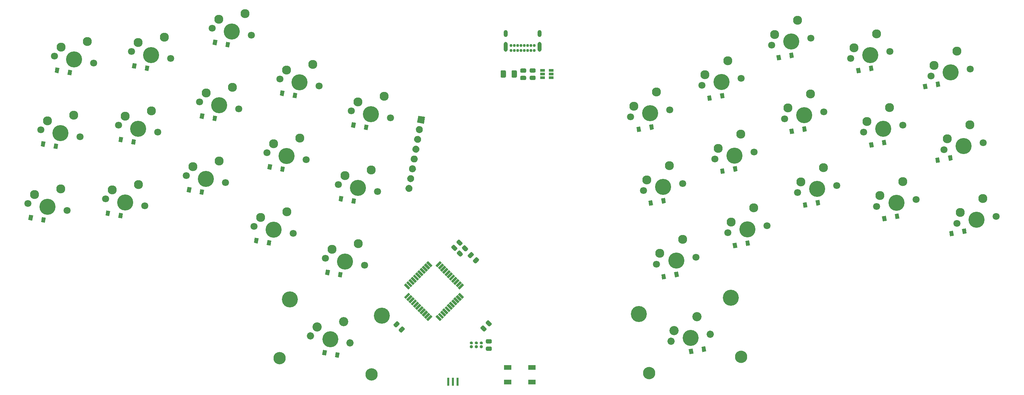
<source format=gbr>
%TF.GenerationSoftware,KiCad,Pcbnew,5.1.6*%
%TF.CreationDate,2020-09-20T21:14:14+03:00*%
%TF.ProjectId,Ball40,42616c6c-3430-42e6-9b69-6361645f7063,rev?*%
%TF.SameCoordinates,Original*%
%TF.FileFunction,Soldermask,Bot*%
%TF.FilePolarity,Negative*%
%FSLAX46Y46*%
G04 Gerber Fmt 4.6, Leading zero omitted, Abs format (unit mm)*
G04 Created by KiCad (PCBNEW 5.1.6) date 2020-09-20 21:14:14*
%MOMM*%
%LPD*%
G01*
G04 APERTURE LIST*
%ADD10R,0.500000X2.000000*%
%ADD11C,0.100000*%
%ADD12R,1.160000X0.750000*%
%ADD13R,1.900000X1.200000*%
%ADD14C,2.350000*%
%ADD15C,4.087800*%
%ADD16C,1.850000*%
%ADD17C,3.148000*%
%ADD18C,1.800000*%
%ADD19C,4.100000*%
%ADD20C,2.300000*%
%ADD21C,0.750000*%
%ADD22O,1.000000X2.500000*%
%ADD23O,1.000000X1.800000*%
G04 APERTURE END LIST*
D10*
%TO.C,Y1*%
X132645000Y-144399000D03*
X131445000Y-144399000D03*
X130245000Y-144399000D03*
%TD*%
D11*
%TO.C,U2*%
G36*
X126212413Y-114761940D02*
G01*
X125752794Y-115221559D01*
X124621423Y-114090188D01*
X125081042Y-113630569D01*
X126212413Y-114761940D01*
G37*
G36*
X125646728Y-115327626D02*
G01*
X125187109Y-115787245D01*
X124055738Y-114655874D01*
X124515357Y-114196255D01*
X125646728Y-115327626D01*
G37*
G36*
X125081043Y-115893311D02*
G01*
X124621424Y-116352930D01*
X123490053Y-115221559D01*
X123949672Y-114761940D01*
X125081043Y-115893311D01*
G37*
G36*
X124515357Y-116458996D02*
G01*
X124055738Y-116918615D01*
X122924367Y-115787244D01*
X123383986Y-115327625D01*
X124515357Y-116458996D01*
G37*
G36*
X123949672Y-117024682D02*
G01*
X123490053Y-117484301D01*
X122358682Y-116352930D01*
X122818301Y-115893311D01*
X123949672Y-117024682D01*
G37*
G36*
X123383986Y-117590367D02*
G01*
X122924367Y-118049986D01*
X121792996Y-116918615D01*
X122252615Y-116458996D01*
X123383986Y-117590367D01*
G37*
G36*
X122818301Y-118156053D02*
G01*
X122358682Y-118615672D01*
X121227311Y-117484301D01*
X121686930Y-117024682D01*
X122818301Y-118156053D01*
G37*
G36*
X122252615Y-118721738D02*
G01*
X121792996Y-119181357D01*
X120661625Y-118049986D01*
X121121244Y-117590367D01*
X122252615Y-118721738D01*
G37*
G36*
X121686930Y-119287424D02*
G01*
X121227311Y-119747043D01*
X120095940Y-118615672D01*
X120555559Y-118156053D01*
X121686930Y-119287424D01*
G37*
G36*
X121121245Y-119853109D02*
G01*
X120661626Y-120312728D01*
X119530255Y-119181357D01*
X119989874Y-118721738D01*
X121121245Y-119853109D01*
G37*
G36*
X120555559Y-120418794D02*
G01*
X120095940Y-120878413D01*
X118964569Y-119747042D01*
X119424188Y-119287423D01*
X120555559Y-120418794D01*
G37*
G36*
X120095940Y-121691587D02*
G01*
X120555559Y-122151206D01*
X119424188Y-123282577D01*
X118964569Y-122822958D01*
X120095940Y-121691587D01*
G37*
G36*
X120661626Y-122257272D02*
G01*
X121121245Y-122716891D01*
X119989874Y-123848262D01*
X119530255Y-123388643D01*
X120661626Y-122257272D01*
G37*
G36*
X121227311Y-122822957D02*
G01*
X121686930Y-123282576D01*
X120555559Y-124413947D01*
X120095940Y-123954328D01*
X121227311Y-122822957D01*
G37*
G36*
X121792996Y-123388643D02*
G01*
X122252615Y-123848262D01*
X121121244Y-124979633D01*
X120661625Y-124520014D01*
X121792996Y-123388643D01*
G37*
G36*
X122358682Y-123954328D02*
G01*
X122818301Y-124413947D01*
X121686930Y-125545318D01*
X121227311Y-125085699D01*
X122358682Y-123954328D01*
G37*
G36*
X122924367Y-124520014D02*
G01*
X123383986Y-124979633D01*
X122252615Y-126111004D01*
X121792996Y-125651385D01*
X122924367Y-124520014D01*
G37*
G36*
X123490053Y-125085699D02*
G01*
X123949672Y-125545318D01*
X122818301Y-126676689D01*
X122358682Y-126217070D01*
X123490053Y-125085699D01*
G37*
G36*
X124055738Y-125651385D02*
G01*
X124515357Y-126111004D01*
X123383986Y-127242375D01*
X122924367Y-126782756D01*
X124055738Y-125651385D01*
G37*
G36*
X124621424Y-126217070D02*
G01*
X125081043Y-126676689D01*
X123949672Y-127808060D01*
X123490053Y-127348441D01*
X124621424Y-126217070D01*
G37*
G36*
X125187109Y-126782755D02*
G01*
X125646728Y-127242374D01*
X124515357Y-128373745D01*
X124055738Y-127914126D01*
X125187109Y-126782755D01*
G37*
G36*
X125752794Y-127348441D02*
G01*
X126212413Y-127808060D01*
X125081042Y-128939431D01*
X124621423Y-128479812D01*
X125752794Y-127348441D01*
G37*
G36*
X128616577Y-128479812D02*
G01*
X128156958Y-128939431D01*
X127025587Y-127808060D01*
X127485206Y-127348441D01*
X128616577Y-128479812D01*
G37*
G36*
X129182262Y-127914126D02*
G01*
X128722643Y-128373745D01*
X127591272Y-127242374D01*
X128050891Y-126782755D01*
X129182262Y-127914126D01*
G37*
G36*
X129747947Y-127348441D02*
G01*
X129288328Y-127808060D01*
X128156957Y-126676689D01*
X128616576Y-126217070D01*
X129747947Y-127348441D01*
G37*
G36*
X130313633Y-126782756D02*
G01*
X129854014Y-127242375D01*
X128722643Y-126111004D01*
X129182262Y-125651385D01*
X130313633Y-126782756D01*
G37*
G36*
X130879318Y-126217070D02*
G01*
X130419699Y-126676689D01*
X129288328Y-125545318D01*
X129747947Y-125085699D01*
X130879318Y-126217070D01*
G37*
G36*
X131445004Y-125651385D02*
G01*
X130985385Y-126111004D01*
X129854014Y-124979633D01*
X130313633Y-124520014D01*
X131445004Y-125651385D01*
G37*
G36*
X132010689Y-125085699D02*
G01*
X131551070Y-125545318D01*
X130419699Y-124413947D01*
X130879318Y-123954328D01*
X132010689Y-125085699D01*
G37*
G36*
X132576375Y-124520014D02*
G01*
X132116756Y-124979633D01*
X130985385Y-123848262D01*
X131445004Y-123388643D01*
X132576375Y-124520014D01*
G37*
G36*
X133142060Y-123954328D02*
G01*
X132682441Y-124413947D01*
X131551070Y-123282576D01*
X132010689Y-122822957D01*
X133142060Y-123954328D01*
G37*
G36*
X133707745Y-123388643D02*
G01*
X133248126Y-123848262D01*
X132116755Y-122716891D01*
X132576374Y-122257272D01*
X133707745Y-123388643D01*
G37*
G36*
X134273431Y-122822958D02*
G01*
X133813812Y-123282577D01*
X132682441Y-122151206D01*
X133142060Y-121691587D01*
X134273431Y-122822958D01*
G37*
G36*
X133813812Y-119287423D02*
G01*
X134273431Y-119747042D01*
X133142060Y-120878413D01*
X132682441Y-120418794D01*
X133813812Y-119287423D01*
G37*
G36*
X133248126Y-118721738D02*
G01*
X133707745Y-119181357D01*
X132576374Y-120312728D01*
X132116755Y-119853109D01*
X133248126Y-118721738D01*
G37*
G36*
X132682441Y-118156053D02*
G01*
X133142060Y-118615672D01*
X132010689Y-119747043D01*
X131551070Y-119287424D01*
X132682441Y-118156053D01*
G37*
G36*
X132116756Y-117590367D02*
G01*
X132576375Y-118049986D01*
X131445004Y-119181357D01*
X130985385Y-118721738D01*
X132116756Y-117590367D01*
G37*
G36*
X131551070Y-117024682D02*
G01*
X132010689Y-117484301D01*
X130879318Y-118615672D01*
X130419699Y-118156053D01*
X131551070Y-117024682D01*
G37*
G36*
X130985385Y-116458996D02*
G01*
X131445004Y-116918615D01*
X130313633Y-118049986D01*
X129854014Y-117590367D01*
X130985385Y-116458996D01*
G37*
G36*
X130419699Y-115893311D02*
G01*
X130879318Y-116352930D01*
X129747947Y-117484301D01*
X129288328Y-117024682D01*
X130419699Y-115893311D01*
G37*
G36*
X129854014Y-115327625D02*
G01*
X130313633Y-115787244D01*
X129182262Y-116918615D01*
X128722643Y-116458996D01*
X129854014Y-115327625D01*
G37*
G36*
X129288328Y-114761940D02*
G01*
X129747947Y-115221559D01*
X128616576Y-116352930D01*
X128156957Y-115893311D01*
X129288328Y-114761940D01*
G37*
G36*
X128722643Y-114196255D02*
G01*
X129182262Y-114655874D01*
X128050891Y-115787245D01*
X127591272Y-115327626D01*
X128722643Y-114196255D01*
G37*
G36*
X128156958Y-113630569D02*
G01*
X128616577Y-114090188D01*
X127485206Y-115221559D01*
X127025587Y-114761940D01*
X128156958Y-113630569D01*
G37*
%TD*%
D12*
%TO.C,U1*%
X156464000Y-65913000D03*
X156464000Y-66863000D03*
X156464000Y-64963000D03*
X154264000Y-64963000D03*
X154264000Y-65913000D03*
X154264000Y-66863000D03*
%TD*%
D13*
%TO.C,SW1*%
X151563000Y-144471000D03*
X145363000Y-140771000D03*
X151563000Y-140771000D03*
X145363000Y-144471000D03*
%TD*%
%TO.C,R6*%
G36*
G01*
X117786452Y-129805862D02*
X117105862Y-130486452D01*
G75*
G02*
X116725792Y-130486452I-190035J190035D01*
G01*
X116345722Y-130106382D01*
G75*
G02*
X116345722Y-129726312I190035J190035D01*
G01*
X117026312Y-129045722D01*
G75*
G02*
X117406382Y-129045722I190035J-190035D01*
G01*
X117786452Y-129425792D01*
G75*
G02*
X117786452Y-129805862I-190035J-190035D01*
G01*
G37*
G36*
G01*
X119112278Y-131131688D02*
X118431688Y-131812278D01*
G75*
G02*
X118051618Y-131812278I-190035J190035D01*
G01*
X117671548Y-131432208D01*
G75*
G02*
X117671548Y-131052138I190035J190035D01*
G01*
X118352138Y-130371548D01*
G75*
G02*
X118732208Y-130371548I190035J-190035D01*
G01*
X119112278Y-130751618D01*
G75*
G02*
X119112278Y-131131688I-190035J-190035D01*
G01*
G37*
%TD*%
%TO.C,R5*%
G36*
G01*
X133084138Y-109658452D02*
X132403548Y-108977862D01*
G75*
G02*
X132403548Y-108597792I190035J190035D01*
G01*
X132783618Y-108217722D01*
G75*
G02*
X133163688Y-108217722I190035J-190035D01*
G01*
X133844278Y-108898312D01*
G75*
G02*
X133844278Y-109278382I-190035J-190035D01*
G01*
X133464208Y-109658452D01*
G75*
G02*
X133084138Y-109658452I-190035J190035D01*
G01*
G37*
G36*
G01*
X131758312Y-110984278D02*
X131077722Y-110303688D01*
G75*
G02*
X131077722Y-109923618I190035J190035D01*
G01*
X131457792Y-109543548D01*
G75*
G02*
X131837862Y-109543548I190035J-190035D01*
G01*
X132518452Y-110224138D01*
G75*
G02*
X132518452Y-110604208I-190035J-190035D01*
G01*
X132138382Y-110984278D01*
G75*
G02*
X131758312Y-110984278I-190035J190035D01*
G01*
G37*
%TD*%
%TO.C,R4*%
G36*
G01*
X134481138Y-111103952D02*
X133800548Y-110423362D01*
G75*
G02*
X133800548Y-110043292I190035J190035D01*
G01*
X134180618Y-109663222D01*
G75*
G02*
X134560688Y-109663222I190035J-190035D01*
G01*
X135241278Y-110343812D01*
G75*
G02*
X135241278Y-110723882I-190035J-190035D01*
G01*
X134861208Y-111103952D01*
G75*
G02*
X134481138Y-111103952I-190035J190035D01*
G01*
G37*
G36*
G01*
X133155312Y-112429778D02*
X132474722Y-111749188D01*
G75*
G02*
X132474722Y-111369118I190035J190035D01*
G01*
X132854792Y-110989048D01*
G75*
G02*
X133234862Y-110989048I190035J-190035D01*
G01*
X133915452Y-111669638D01*
G75*
G02*
X133915452Y-112049708I-190035J-190035D01*
G01*
X133535382Y-112429778D01*
G75*
G02*
X133155312Y-112429778I-190035J190035D01*
G01*
G37*
%TD*%
%TO.C,R3*%
G36*
G01*
X140528638Y-130232452D02*
X139848048Y-129551862D01*
G75*
G02*
X139848048Y-129171792I190035J190035D01*
G01*
X140228118Y-128791722D01*
G75*
G02*
X140608188Y-128791722I190035J-190035D01*
G01*
X141288778Y-129472312D01*
G75*
G02*
X141288778Y-129852382I-190035J-190035D01*
G01*
X140908708Y-130232452D01*
G75*
G02*
X140528638Y-130232452I-190035J190035D01*
G01*
G37*
G36*
G01*
X139202812Y-131558278D02*
X138522222Y-130877688D01*
G75*
G02*
X138522222Y-130497618I190035J190035D01*
G01*
X138902292Y-130117548D01*
G75*
G02*
X139282362Y-130117548I190035J-190035D01*
G01*
X139962952Y-130798138D01*
G75*
G02*
X139962952Y-131178208I-190035J-190035D01*
G01*
X139582882Y-131558278D01*
G75*
G02*
X139202812Y-131558278I-190035J190035D01*
G01*
G37*
%TD*%
%TO.C,R2*%
G36*
G01*
X148870750Y-66391500D02*
X149833250Y-66391500D01*
G75*
G02*
X150102000Y-66660250I0J-268750D01*
G01*
X150102000Y-67197750D01*
G75*
G02*
X149833250Y-67466500I-268750J0D01*
G01*
X148870750Y-67466500D01*
G75*
G02*
X148602000Y-67197750I0J268750D01*
G01*
X148602000Y-66660250D01*
G75*
G02*
X148870750Y-66391500I268750J0D01*
G01*
G37*
G36*
G01*
X148870750Y-64516500D02*
X149833250Y-64516500D01*
G75*
G02*
X150102000Y-64785250I0J-268750D01*
G01*
X150102000Y-65322750D01*
G75*
G02*
X149833250Y-65591500I-268750J0D01*
G01*
X148870750Y-65591500D01*
G75*
G02*
X148602000Y-65322750I0J268750D01*
G01*
X148602000Y-64785250D01*
G75*
G02*
X148870750Y-64516500I268750J0D01*
G01*
G37*
%TD*%
%TO.C,R1*%
G36*
G01*
X151283750Y-66361500D02*
X152246250Y-66361500D01*
G75*
G02*
X152515000Y-66630250I0J-268750D01*
G01*
X152515000Y-67167750D01*
G75*
G02*
X152246250Y-67436500I-268750J0D01*
G01*
X151283750Y-67436500D01*
G75*
G02*
X151015000Y-67167750I0J268750D01*
G01*
X151015000Y-66630250D01*
G75*
G02*
X151283750Y-66361500I268750J0D01*
G01*
G37*
G36*
G01*
X151283750Y-64486500D02*
X152246250Y-64486500D01*
G75*
G02*
X152515000Y-64755250I0J-268750D01*
G01*
X152515000Y-65292750D01*
G75*
G02*
X152246250Y-65561500I-268750J0D01*
G01*
X151283750Y-65561500D01*
G75*
G02*
X151015000Y-65292750I0J268750D01*
G01*
X151015000Y-64755250D01*
G75*
G02*
X151283750Y-64486500I268750J0D01*
G01*
G37*
%TD*%
D14*
%TO.C,MX32*%
X193643279Y-127779110D03*
D15*
X192024000Y-133223000D03*
D14*
X187830816Y-131383188D03*
D16*
X187021177Y-134105133D03*
X197026823Y-132340867D03*
D17*
X181511565Y-142169381D03*
X204962300Y-138034384D03*
D15*
X178865167Y-127160911D03*
X202315902Y-123025913D03*
%TD*%
D14*
%TO.C,MX31*%
X103536721Y-129049110D03*
D15*
X100153177Y-133610867D03*
D14*
X96842126Y-130447856D03*
D16*
X95150354Y-132728734D03*
X105156000Y-134493000D03*
D17*
X87214877Y-138422251D03*
X110665612Y-142557248D03*
D15*
X89861275Y-123413780D03*
X113312010Y-127548778D03*
%TD*%
D18*
%TO.C,MX30*%
X269956544Y-102224757D03*
X259950898Y-103989022D03*
D19*
X264953721Y-103106890D03*
D20*
X260760537Y-101267078D03*
X266573000Y-97663000D03*
%TD*%
D18*
%TO.C,MX29*%
X249509544Y-97906757D03*
X239503898Y-99671022D03*
D19*
X244506721Y-98788890D03*
D20*
X240313537Y-96949078D03*
X246126000Y-93345000D03*
%TD*%
D18*
%TO.C,MX28*%
X229316544Y-94367867D03*
X219310898Y-96132132D03*
D19*
X224313721Y-95250000D03*
D20*
X220120537Y-93410188D03*
X225933000Y-89806110D03*
%TD*%
D18*
%TO.C,MX27*%
X211536544Y-104637757D03*
X201530898Y-106402022D03*
D19*
X206533721Y-105519890D03*
D20*
X202340537Y-103680078D03*
X208153000Y-100076000D03*
%TD*%
D18*
%TO.C,MX26*%
X193375544Y-112638757D03*
X183369898Y-114403022D03*
D19*
X188372721Y-113520890D03*
D20*
X184179537Y-111681078D03*
X189992000Y-108077000D03*
%TD*%
D18*
%TO.C,MX25*%
X108888823Y-114674133D03*
X98883176Y-112909867D03*
D19*
X103886000Y-113792000D03*
D20*
X100574948Y-110628989D03*
X107269544Y-109230243D03*
%TD*%
D18*
%TO.C,MX24*%
X90727823Y-106546133D03*
X80722176Y-104781867D03*
D19*
X85725000Y-105664000D03*
D20*
X82413948Y-102500989D03*
X89108544Y-101102243D03*
%TD*%
D18*
%TO.C,MX23*%
X73455823Y-93581890D03*
X63450176Y-91817624D03*
D19*
X68453000Y-92699757D03*
D20*
X65141948Y-89536746D03*
X71836544Y-88138000D03*
%TD*%
D18*
%TO.C,MX22*%
X52881823Y-99550890D03*
X42876176Y-97786624D03*
D19*
X47879000Y-98668757D03*
D20*
X44567948Y-95505746D03*
X51262544Y-94107000D03*
%TD*%
D18*
%TO.C,MX21*%
X266654544Y-83428757D03*
X256648898Y-85193022D03*
D19*
X261651721Y-84310890D03*
D20*
X257458537Y-82471078D03*
X263271000Y-78867000D03*
%TD*%
D18*
%TO.C,MX20*%
X246175823Y-79000867D03*
X236170177Y-80765132D03*
D19*
X241173000Y-79883000D03*
D20*
X236979816Y-78043188D03*
X242792279Y-74439110D03*
%TD*%
D18*
%TO.C,MX19*%
X226014544Y-75554757D03*
X216008898Y-77319022D03*
D19*
X221011721Y-76436890D03*
D20*
X216818537Y-74597078D03*
X222631000Y-70993000D03*
%TD*%
D18*
%TO.C,MX18*%
X208234544Y-85841757D03*
X198228898Y-87606022D03*
D19*
X203231721Y-86723890D03*
D20*
X199038537Y-84884078D03*
X204851000Y-81280000D03*
%TD*%
D18*
%TO.C,MX17*%
X190041823Y-93859867D03*
X180036177Y-95624132D03*
D19*
X185039000Y-94742000D03*
D20*
X180845816Y-92902188D03*
X186658279Y-89298110D03*
%TD*%
D18*
%TO.C,MX16*%
X112190823Y-95878133D03*
X102185176Y-94113867D03*
D19*
X107188000Y-94996000D03*
D20*
X103876948Y-91832989D03*
X110571544Y-90434243D03*
%TD*%
D18*
%TO.C,MX15*%
X94029823Y-87750133D03*
X84024176Y-85985867D03*
D19*
X89027000Y-86868000D03*
D20*
X85715948Y-83704989D03*
X92410544Y-82306243D03*
%TD*%
D18*
%TO.C,MX14*%
X76803279Y-74785890D03*
X66797632Y-73021624D03*
D19*
X71800456Y-73903757D03*
D20*
X68489404Y-70740746D03*
X75184000Y-69342000D03*
%TD*%
D18*
%TO.C,MX13*%
X56183823Y-80765133D03*
X46178176Y-79000867D03*
D19*
X51181000Y-79883000D03*
D20*
X47869948Y-76719989D03*
X54564544Y-75321243D03*
%TD*%
D18*
%TO.C,MX12*%
X263320823Y-64649867D03*
X253315177Y-66414132D03*
D19*
X258318000Y-65532000D03*
D20*
X254124816Y-63692188D03*
X259937279Y-60088110D03*
%TD*%
D18*
%TO.C,MX11*%
X242873823Y-60204867D03*
X232868177Y-61969132D03*
D19*
X237871000Y-61087000D03*
D20*
X233677816Y-59247188D03*
X239490279Y-55643110D03*
%TD*%
D18*
%TO.C,MX10*%
X222680823Y-56775867D03*
X212675177Y-58540132D03*
D19*
X217678000Y-57658000D03*
D20*
X213484816Y-55818188D03*
X219297279Y-52214110D03*
%TD*%
D18*
%TO.C,MX9*%
X33069823Y-100704133D03*
X23064176Y-98939867D03*
D19*
X28067000Y-99822000D03*
D20*
X24755948Y-96658989D03*
X31450544Y-95260243D03*
%TD*%
D18*
%TO.C,MX8*%
X204900823Y-67062867D03*
X194895177Y-68827132D03*
D19*
X199898000Y-67945000D03*
D20*
X195704816Y-66105188D03*
X201517279Y-62501110D03*
%TD*%
D18*
%TO.C,MX7*%
X186739823Y-75063867D03*
X176734177Y-76828132D03*
D19*
X181737000Y-75946000D03*
D20*
X177543816Y-74106188D03*
X183356279Y-70502110D03*
%TD*%
D18*
%TO.C,MX6*%
X115492823Y-77082133D03*
X105487176Y-75317867D03*
D19*
X110490000Y-76200000D03*
D20*
X107178948Y-73036989D03*
X113873544Y-71638243D03*
%TD*%
D18*
%TO.C,MX5*%
X36371823Y-81908133D03*
X26366176Y-80143867D03*
D19*
X31369000Y-81026000D03*
D20*
X28057948Y-77862989D03*
X34752544Y-76464243D03*
%TD*%
D18*
%TO.C,MX4*%
X97331823Y-68954133D03*
X87326176Y-67189867D03*
D19*
X92329000Y-68072000D03*
D20*
X89017948Y-64908989D03*
X95712544Y-63510243D03*
%TD*%
D18*
%TO.C,MX3*%
X80059823Y-56000133D03*
X70054176Y-54235867D03*
D19*
X75057000Y-55118000D03*
D20*
X71745948Y-51954989D03*
X78440544Y-50556243D03*
%TD*%
D18*
%TO.C,MX2*%
X59485823Y-61969133D03*
X49480176Y-60204867D03*
D19*
X54483000Y-61087000D03*
D20*
X51171948Y-57923989D03*
X57866544Y-56525243D03*
%TD*%
D18*
%TO.C,MX1*%
X39800823Y-63112133D03*
X29795176Y-61347867D03*
D19*
X34798000Y-62230000D03*
D20*
X31486948Y-59066989D03*
X38181544Y-57668243D03*
%TD*%
D21*
%TO.C,J2*%
X147950000Y-59948000D03*
X146250000Y-59948000D03*
X147100000Y-59948000D03*
X148800000Y-59948000D03*
X149650000Y-59948000D03*
X150500000Y-59948000D03*
X151350000Y-59948000D03*
X152200000Y-59948000D03*
X146250000Y-58623000D03*
X147105000Y-58623000D03*
X147955000Y-58623000D03*
X148805000Y-58623000D03*
X149655000Y-58623000D03*
X150505000Y-58623000D03*
X151355000Y-58623000D03*
X152205000Y-58623000D03*
D22*
X144900000Y-58968000D03*
X153550000Y-58968000D03*
D23*
X144900000Y-55588000D03*
X153550000Y-55588000D03*
%TD*%
%TO.C,J1*%
G36*
G01*
X119343208Y-94950599D02*
X119343208Y-94950599D01*
G75*
G02*
X120385818Y-94220555I886327J-156283D01*
G01*
X120385818Y-94220555D01*
G75*
G02*
X121115862Y-95263165I-156283J-886327D01*
G01*
X121115862Y-95263165D01*
G75*
G02*
X120073252Y-95993209I-886327J156283D01*
G01*
X120073252Y-95993209D01*
G75*
G02*
X119343208Y-94950599I156283J886327D01*
G01*
G37*
G36*
G01*
X119784275Y-92449187D02*
X119784275Y-92449187D01*
G75*
G02*
X120826885Y-91719143I886327J-156283D01*
G01*
X120826885Y-91719143D01*
G75*
G02*
X121556929Y-92761753I-156283J-886327D01*
G01*
X121556929Y-92761753D01*
G75*
G02*
X120514319Y-93491797I-886327J156283D01*
G01*
X120514319Y-93491797D01*
G75*
G02*
X119784275Y-92449187I156283J886327D01*
G01*
G37*
G36*
G01*
X120225341Y-89947775D02*
X120225341Y-89947775D01*
G75*
G02*
X121267951Y-89217731I886327J-156283D01*
G01*
X121267951Y-89217731D01*
G75*
G02*
X121997995Y-90260341I-156283J-886327D01*
G01*
X121997995Y-90260341D01*
G75*
G02*
X120955385Y-90990385I-886327J156283D01*
G01*
X120955385Y-90990385D01*
G75*
G02*
X120225341Y-89947775I156283J886327D01*
G01*
G37*
G36*
G01*
X120666408Y-87446364D02*
X120666408Y-87446364D01*
G75*
G02*
X121709018Y-86716320I886327J-156283D01*
G01*
X121709018Y-86716320D01*
G75*
G02*
X122439062Y-87758930I-156283J-886327D01*
G01*
X122439062Y-87758930D01*
G75*
G02*
X121396452Y-88488974I-886327J156283D01*
G01*
X121396452Y-88488974D01*
G75*
G02*
X120666408Y-87446364I156283J886327D01*
G01*
G37*
G36*
G01*
X121107474Y-84944952D02*
X121107474Y-84944952D01*
G75*
G02*
X122150084Y-84214908I886327J-156283D01*
G01*
X122150084Y-84214908D01*
G75*
G02*
X122880128Y-85257518I-156283J-886327D01*
G01*
X122880128Y-85257518D01*
G75*
G02*
X121837518Y-85987562I-886327J156283D01*
G01*
X121837518Y-85987562D01*
G75*
G02*
X121107474Y-84944952I156283J886327D01*
G01*
G37*
G36*
G01*
X121548540Y-82443540D02*
X121548540Y-82443540D01*
G75*
G02*
X122591150Y-81713496I886327J-156283D01*
G01*
X122591150Y-81713496D01*
G75*
G02*
X123321194Y-82756106I-156283J-886327D01*
G01*
X123321194Y-82756106D01*
G75*
G02*
X122278584Y-83486150I-886327J156283D01*
G01*
X122278584Y-83486150D01*
G75*
G02*
X121548540Y-82443540I156283J886327D01*
G01*
G37*
G36*
G01*
X121989607Y-79942129D02*
X121989607Y-79942129D01*
G75*
G02*
X123032217Y-79212085I886327J-156283D01*
G01*
X123032217Y-79212085D01*
G75*
G02*
X123762261Y-80254695I-156283J-886327D01*
G01*
X123762261Y-80254695D01*
G75*
G02*
X122719651Y-80984739I-886327J156283D01*
G01*
X122719651Y-80984739D01*
G75*
G02*
X121989607Y-79942129I156283J886327D01*
G01*
G37*
D11*
G36*
X122274390Y-78327044D02*
G01*
X122586956Y-76554390D01*
X124359610Y-76866956D01*
X124047044Y-78639610D01*
X122274390Y-78327044D01*
G37*
%TD*%
%TO.C,F1*%
G36*
G01*
X146391000Y-66568000D02*
X146391000Y-65258000D01*
G75*
G02*
X146661000Y-64988000I270000J0D01*
G01*
X147471000Y-64988000D01*
G75*
G02*
X147741000Y-65258000I0J-270000D01*
G01*
X147741000Y-66568000D01*
G75*
G02*
X147471000Y-66838000I-270000J0D01*
G01*
X146661000Y-66838000D01*
G75*
G02*
X146391000Y-66568000I0J270000D01*
G01*
G37*
G36*
G01*
X143591000Y-66568000D02*
X143591000Y-65258000D01*
G75*
G02*
X143861000Y-64988000I270000J0D01*
G01*
X144671000Y-64988000D01*
G75*
G02*
X144941000Y-65258000I0J-270000D01*
G01*
X144941000Y-66568000D01*
G75*
G02*
X144671000Y-66838000I-270000J0D01*
G01*
X143861000Y-66838000D01*
G75*
G02*
X143591000Y-66568000I0J270000D01*
G01*
G37*
%TD*%
%TO.C,D32*%
G36*
X195047400Y-136838430D02*
G01*
X194821658Y-135558180D01*
X195806466Y-135384532D01*
X196032208Y-136664782D01*
X195047400Y-136838430D01*
G37*
G36*
X191797534Y-137411468D02*
G01*
X191571792Y-136131218D01*
X192556600Y-135957570D01*
X192782342Y-137237820D01*
X191797534Y-137411468D01*
G37*
%TD*%
%TO.C,D31*%
G36*
X101349658Y-138126820D02*
G01*
X101575400Y-136846570D01*
X102560208Y-137020218D01*
X102334466Y-138300468D01*
X101349658Y-138126820D01*
G37*
G36*
X98099792Y-137553782D02*
G01*
X98325534Y-136273532D01*
X99310342Y-136447180D01*
X99084600Y-137727430D01*
X98099792Y-137553782D01*
G37*
%TD*%
%TO.C,D30*%
G36*
X261468400Y-106739430D02*
G01*
X261242658Y-105459180D01*
X262227466Y-105285532D01*
X262453208Y-106565782D01*
X261468400Y-106739430D01*
G37*
G36*
X258218534Y-107312468D02*
G01*
X257992792Y-106032218D01*
X258977600Y-105858570D01*
X259203342Y-107138820D01*
X258218534Y-107312468D01*
G37*
%TD*%
%TO.C,D29*%
G36*
X241832600Y-102048570D02*
G01*
X242058342Y-103328820D01*
X241073534Y-103502468D01*
X240847792Y-102222218D01*
X241832600Y-102048570D01*
G37*
G36*
X245082466Y-101475532D02*
G01*
X245308208Y-102755782D01*
X244323400Y-102929430D01*
X244097658Y-101649180D01*
X245082466Y-101475532D01*
G37*
%TD*%
%TO.C,D28*%
G36*
X221639600Y-98619570D02*
G01*
X221865342Y-99899820D01*
X220880534Y-100073468D01*
X220654792Y-98793218D01*
X221639600Y-98619570D01*
G37*
G36*
X224889466Y-98046532D02*
G01*
X225115208Y-99326782D01*
X224130400Y-99500430D01*
X223904658Y-98220180D01*
X224889466Y-98046532D01*
G37*
%TD*%
%TO.C,D27*%
G36*
X203732600Y-108906570D02*
G01*
X203958342Y-110186820D01*
X202973534Y-110360468D01*
X202747792Y-109080218D01*
X203732600Y-108906570D01*
G37*
G36*
X206982466Y-108333532D02*
G01*
X207208208Y-109613782D01*
X206223400Y-109787430D01*
X205997658Y-108507180D01*
X206982466Y-108333532D01*
G37*
%TD*%
%TO.C,D26*%
G36*
X185572600Y-116907570D02*
G01*
X185798342Y-118187820D01*
X184813534Y-118361468D01*
X184587792Y-117081218D01*
X185572600Y-116907570D01*
G37*
G36*
X188822466Y-116334532D02*
G01*
X189048208Y-117614782D01*
X188063400Y-117788430D01*
X187837658Y-116508180D01*
X188822466Y-116334532D01*
G37*
%TD*%
%TO.C,D25*%
G36*
X100072342Y-116000180D02*
G01*
X99846600Y-117280430D01*
X98861792Y-117106782D01*
X99087534Y-115826532D01*
X100072342Y-116000180D01*
G37*
G36*
X103322208Y-116573218D02*
G01*
X103096466Y-117853468D01*
X102111658Y-117679820D01*
X102337400Y-116399570D01*
X103322208Y-116573218D01*
G37*
%TD*%
%TO.C,D24*%
G36*
X81910342Y-107872180D02*
G01*
X81684600Y-109152430D01*
X80699792Y-108978782D01*
X80925534Y-107698532D01*
X81910342Y-107872180D01*
G37*
G36*
X85160208Y-108445218D02*
G01*
X84934466Y-109725468D01*
X83949658Y-109551820D01*
X84175400Y-108271570D01*
X85160208Y-108445218D01*
G37*
%TD*%
%TO.C,D23*%
G36*
X64766342Y-94918180D02*
G01*
X64540600Y-96198430D01*
X63555792Y-96024782D01*
X63781534Y-94744532D01*
X64766342Y-94918180D01*
G37*
G36*
X68016208Y-95491218D02*
G01*
X67790466Y-96771468D01*
X66805658Y-96597820D01*
X67031400Y-95317570D01*
X68016208Y-95491218D01*
G37*
%TD*%
%TO.C,D22*%
G36*
X44065342Y-100887180D02*
G01*
X43839600Y-102167430D01*
X42854792Y-101993782D01*
X43080534Y-100713532D01*
X44065342Y-100887180D01*
G37*
G36*
X47315208Y-101460218D02*
G01*
X47089466Y-102740468D01*
X46104658Y-102566820D01*
X46330400Y-101286570D01*
X47315208Y-101460218D01*
G37*
%TD*%
%TO.C,D21*%
G36*
X257912400Y-88070430D02*
G01*
X257686658Y-86790180D01*
X258671466Y-86616532D01*
X258897208Y-87896782D01*
X257912400Y-88070430D01*
G37*
G36*
X254662534Y-88643468D02*
G01*
X254436792Y-87363218D01*
X255421600Y-87189570D01*
X255647342Y-88469820D01*
X254662534Y-88643468D01*
G37*
%TD*%
%TO.C,D20*%
G36*
X238530600Y-83252570D02*
G01*
X238756342Y-84532820D01*
X237771534Y-84706468D01*
X237545792Y-83426218D01*
X238530600Y-83252570D01*
G37*
G36*
X241780466Y-82679532D02*
G01*
X242006208Y-83959782D01*
X241021400Y-84133430D01*
X240795658Y-82853180D01*
X241780466Y-82679532D01*
G37*
%TD*%
%TO.C,D19*%
G36*
X218210600Y-79823570D02*
G01*
X218436342Y-81103820D01*
X217451534Y-81277468D01*
X217225792Y-79997218D01*
X218210600Y-79823570D01*
G37*
G36*
X221460466Y-79250532D02*
G01*
X221686208Y-80530782D01*
X220701400Y-80704430D01*
X220475658Y-79424180D01*
X221460466Y-79250532D01*
G37*
%TD*%
%TO.C,D18*%
G36*
X200557600Y-89983570D02*
G01*
X200783342Y-91263820D01*
X199798534Y-91437468D01*
X199572792Y-90157218D01*
X200557600Y-89983570D01*
G37*
G36*
X203807466Y-89410532D02*
G01*
X204033208Y-90690782D01*
X203048400Y-90864430D01*
X202822658Y-89584180D01*
X203807466Y-89410532D01*
G37*
%TD*%
%TO.C,D17*%
G36*
X182269600Y-98111570D02*
G01*
X182495342Y-99391820D01*
X181510534Y-99565468D01*
X181284792Y-98285218D01*
X182269600Y-98111570D01*
G37*
G36*
X185519466Y-97538532D02*
G01*
X185745208Y-98818782D01*
X184760400Y-98992430D01*
X184534658Y-97712180D01*
X185519466Y-97538532D01*
G37*
%TD*%
%TO.C,D16*%
G36*
X103501342Y-97204180D02*
G01*
X103275600Y-98484430D01*
X102290792Y-98310782D01*
X102516534Y-97030532D01*
X103501342Y-97204180D01*
G37*
G36*
X106751208Y-97777218D02*
G01*
X106525466Y-99057468D01*
X105540658Y-98883820D01*
X105766400Y-97603570D01*
X106751208Y-97777218D01*
G37*
%TD*%
%TO.C,D15*%
G36*
X85340342Y-89076180D02*
G01*
X85114600Y-90356430D01*
X84129792Y-90182782D01*
X84355534Y-88902532D01*
X85340342Y-89076180D01*
G37*
G36*
X88590208Y-89649218D02*
G01*
X88364466Y-90929468D01*
X87379658Y-90755820D01*
X87605400Y-89475570D01*
X88590208Y-89649218D01*
G37*
%TD*%
%TO.C,D14*%
G36*
X68068342Y-76122180D02*
G01*
X67842600Y-77402430D01*
X66857792Y-77228782D01*
X67083534Y-75948532D01*
X68068342Y-76122180D01*
G37*
G36*
X71318208Y-76695218D02*
G01*
X71092466Y-77975468D01*
X70107658Y-77801820D01*
X70333400Y-76521570D01*
X71318208Y-76695218D01*
G37*
%TD*%
%TO.C,D13*%
G36*
X47367342Y-82091180D02*
G01*
X47141600Y-83371430D01*
X46156792Y-83197782D01*
X46382534Y-81917532D01*
X47367342Y-82091180D01*
G37*
G36*
X50617208Y-82664218D02*
G01*
X50391466Y-83944468D01*
X49406658Y-83770820D01*
X49632400Y-82490570D01*
X50617208Y-82664218D01*
G37*
%TD*%
%TO.C,D12*%
G36*
X254737400Y-69274430D02*
G01*
X254511658Y-67994180D01*
X255496466Y-67820532D01*
X255722208Y-69100782D01*
X254737400Y-69274430D01*
G37*
G36*
X251487534Y-69847468D02*
G01*
X251261792Y-68567218D01*
X252246600Y-68393570D01*
X252472342Y-69673820D01*
X251487534Y-69847468D01*
G37*
%TD*%
%TO.C,D11*%
G36*
X235228600Y-64329570D02*
G01*
X235454342Y-65609820D01*
X234469534Y-65783468D01*
X234243792Y-64503218D01*
X235228600Y-64329570D01*
G37*
G36*
X238478466Y-63756532D02*
G01*
X238704208Y-65036782D01*
X237719400Y-65210430D01*
X237493658Y-63930180D01*
X238478466Y-63756532D01*
G37*
%TD*%
%TO.C,D10*%
G36*
X214908600Y-61027570D02*
G01*
X215134342Y-62307820D01*
X214149534Y-62481468D01*
X213923792Y-61201218D01*
X214908600Y-61027570D01*
G37*
G36*
X218158466Y-60454532D02*
G01*
X218384208Y-61734782D01*
X217399400Y-61908430D01*
X217173658Y-60628180D01*
X218158466Y-60454532D01*
G37*
%TD*%
%TO.C,D9*%
G36*
X24380342Y-102030180D02*
G01*
X24154600Y-103310430D01*
X23169792Y-103136782D01*
X23395534Y-101856532D01*
X24380342Y-102030180D01*
G37*
G36*
X27630208Y-102603218D02*
G01*
X27404466Y-103883468D01*
X26419658Y-103709820D01*
X26645400Y-102429570D01*
X27630208Y-102603218D01*
G37*
%TD*%
%TO.C,D8*%
G36*
X197255600Y-71314570D02*
G01*
X197481342Y-72594820D01*
X196496534Y-72768468D01*
X196270792Y-71488218D01*
X197255600Y-71314570D01*
G37*
G36*
X200505466Y-70741532D02*
G01*
X200731208Y-72021782D01*
X199746400Y-72195430D01*
X199520658Y-70915180D01*
X200505466Y-70741532D01*
G37*
%TD*%
%TO.C,D7*%
G36*
X179221600Y-79315570D02*
G01*
X179447342Y-80595820D01*
X178462534Y-80769468D01*
X178236792Y-79489218D01*
X179221600Y-79315570D01*
G37*
G36*
X182471466Y-78742532D02*
G01*
X182697208Y-80022782D01*
X181712400Y-80196430D01*
X181486658Y-78916180D01*
X182471466Y-78742532D01*
G37*
%TD*%
%TO.C,D6*%
G36*
X106676342Y-78408180D02*
G01*
X106450600Y-79688430D01*
X105465792Y-79514782D01*
X105691534Y-78234532D01*
X106676342Y-78408180D01*
G37*
G36*
X109926208Y-78981218D02*
G01*
X109700466Y-80261468D01*
X108715658Y-80087820D01*
X108941400Y-78807570D01*
X109926208Y-78981218D01*
G37*
%TD*%
%TO.C,D5*%
G36*
X27555342Y-83234180D02*
G01*
X27329600Y-84514430D01*
X26344792Y-84340782D01*
X26570534Y-83060532D01*
X27555342Y-83234180D01*
G37*
G36*
X30805208Y-83807218D02*
G01*
X30579466Y-85087468D01*
X29594658Y-84913820D01*
X29820400Y-83633570D01*
X30805208Y-83807218D01*
G37*
%TD*%
%TO.C,D4*%
G36*
X88515342Y-70280180D02*
G01*
X88289600Y-71560430D01*
X87304792Y-71386782D01*
X87530534Y-70106532D01*
X88515342Y-70280180D01*
G37*
G36*
X91765208Y-70853218D02*
G01*
X91539466Y-72133468D01*
X90554658Y-71959820D01*
X90780400Y-70679570D01*
X91765208Y-70853218D01*
G37*
%TD*%
%TO.C,D3*%
G36*
X71370342Y-57326180D02*
G01*
X71144600Y-58606430D01*
X70159792Y-58432782D01*
X70385534Y-57152532D01*
X71370342Y-57326180D01*
G37*
G36*
X74620208Y-57899218D02*
G01*
X74394466Y-59179468D01*
X73409658Y-59005820D01*
X73635400Y-57725570D01*
X74620208Y-57899218D01*
G37*
%TD*%
%TO.C,D2*%
G36*
X50796342Y-63295180D02*
G01*
X50570600Y-64575430D01*
X49585792Y-64401782D01*
X49811534Y-63121532D01*
X50796342Y-63295180D01*
G37*
G36*
X54046208Y-63868218D02*
G01*
X53820466Y-65148468D01*
X52835658Y-64974820D01*
X53061400Y-63694570D01*
X54046208Y-63868218D01*
G37*
%TD*%
%TO.C,D1*%
G36*
X31111342Y-64438180D02*
G01*
X30885600Y-65718430D01*
X29900792Y-65544782D01*
X30126534Y-64264532D01*
X31111342Y-64438180D01*
G37*
G36*
X34361208Y-65011218D02*
G01*
X34135466Y-66291468D01*
X33150658Y-66117820D01*
X33376400Y-64837570D01*
X34361208Y-65011218D01*
G37*
%TD*%
%TO.C,C7*%
G36*
G01*
X140107750Y-135449500D02*
X141070250Y-135449500D01*
G75*
G02*
X141339000Y-135718250I0J-268750D01*
G01*
X141339000Y-136255750D01*
G75*
G02*
X141070250Y-136524500I-268750J0D01*
G01*
X140107750Y-136524500D01*
G75*
G02*
X139839000Y-136255750I0J268750D01*
G01*
X139839000Y-135718250D01*
G75*
G02*
X140107750Y-135449500I268750J0D01*
G01*
G37*
G36*
G01*
X140107750Y-133574500D02*
X141070250Y-133574500D01*
G75*
G02*
X141339000Y-133843250I0J-268750D01*
G01*
X141339000Y-134380750D01*
G75*
G02*
X141070250Y-134649500I-268750J0D01*
G01*
X140107750Y-134649500D01*
G75*
G02*
X139839000Y-134380750I0J268750D01*
G01*
X139839000Y-133843250D01*
G75*
G02*
X140107750Y-133574500I268750J0D01*
G01*
G37*
%TD*%
%TO.C,C6*%
G36*
G01*
X135946500Y-135141000D02*
X136341500Y-135141000D01*
G75*
G02*
X136514000Y-135313500I0J-172500D01*
G01*
X136514000Y-135658500D01*
G75*
G02*
X136341500Y-135831000I-172500J0D01*
G01*
X135946500Y-135831000D01*
G75*
G02*
X135774000Y-135658500I0J172500D01*
G01*
X135774000Y-135313500D01*
G75*
G02*
X135946500Y-135141000I172500J0D01*
G01*
G37*
G36*
G01*
X135946500Y-134171000D02*
X136341500Y-134171000D01*
G75*
G02*
X136514000Y-134343500I0J-172500D01*
G01*
X136514000Y-134688500D01*
G75*
G02*
X136341500Y-134861000I-172500J0D01*
G01*
X135946500Y-134861000D01*
G75*
G02*
X135774000Y-134688500I0J172500D01*
G01*
X135774000Y-134343500D01*
G75*
G02*
X135946500Y-134171000I172500J0D01*
G01*
G37*
%TD*%
%TO.C,C5*%
G36*
G01*
X137611500Y-134861000D02*
X137216500Y-134861000D01*
G75*
G02*
X137044000Y-134688500I0J172500D01*
G01*
X137044000Y-134343500D01*
G75*
G02*
X137216500Y-134171000I172500J0D01*
G01*
X137611500Y-134171000D01*
G75*
G02*
X137784000Y-134343500I0J-172500D01*
G01*
X137784000Y-134688500D01*
G75*
G02*
X137611500Y-134861000I-172500J0D01*
G01*
G37*
G36*
G01*
X137611500Y-135831000D02*
X137216500Y-135831000D01*
G75*
G02*
X137044000Y-135658500I0J172500D01*
G01*
X137044000Y-135313500D01*
G75*
G02*
X137216500Y-135141000I172500J0D01*
G01*
X137611500Y-135141000D01*
G75*
G02*
X137784000Y-135313500I0J-172500D01*
G01*
X137784000Y-135658500D01*
G75*
G02*
X137611500Y-135831000I-172500J0D01*
G01*
G37*
%TD*%
%TO.C,C4*%
G36*
G01*
X138486500Y-135141000D02*
X138881500Y-135141000D01*
G75*
G02*
X139054000Y-135313500I0J-172500D01*
G01*
X139054000Y-135658500D01*
G75*
G02*
X138881500Y-135831000I-172500J0D01*
G01*
X138486500Y-135831000D01*
G75*
G02*
X138314000Y-135658500I0J172500D01*
G01*
X138314000Y-135313500D01*
G75*
G02*
X138486500Y-135141000I172500J0D01*
G01*
G37*
G36*
G01*
X138486500Y-134171000D02*
X138881500Y-134171000D01*
G75*
G02*
X139054000Y-134343500I0J-172500D01*
G01*
X139054000Y-134688500D01*
G75*
G02*
X138881500Y-134861000I-172500J0D01*
G01*
X138486500Y-134861000D01*
G75*
G02*
X138314000Y-134688500I0J172500D01*
G01*
X138314000Y-134343500D01*
G75*
G02*
X138486500Y-134171000I172500J0D01*
G01*
G37*
%TD*%
%TO.C,C3*%
G36*
G01*
X136709452Y-112152862D02*
X136028862Y-112833452D01*
G75*
G02*
X135648792Y-112833452I-190035J190035D01*
G01*
X135268722Y-112453382D01*
G75*
G02*
X135268722Y-112073312I190035J190035D01*
G01*
X135949312Y-111392722D01*
G75*
G02*
X136329382Y-111392722I190035J-190035D01*
G01*
X136709452Y-111772792D01*
G75*
G02*
X136709452Y-112152862I-190035J-190035D01*
G01*
G37*
G36*
G01*
X138035278Y-113478688D02*
X137354688Y-114159278D01*
G75*
G02*
X136974618Y-114159278I-190035J190035D01*
G01*
X136594548Y-113779208D01*
G75*
G02*
X136594548Y-113399138I190035J190035D01*
G01*
X137275138Y-112718548D01*
G75*
G02*
X137655208Y-112718548I190035J-190035D01*
G01*
X138035278Y-113098618D01*
G75*
G02*
X138035278Y-113478688I-190035J-190035D01*
G01*
G37*
%TD*%
M02*

</source>
